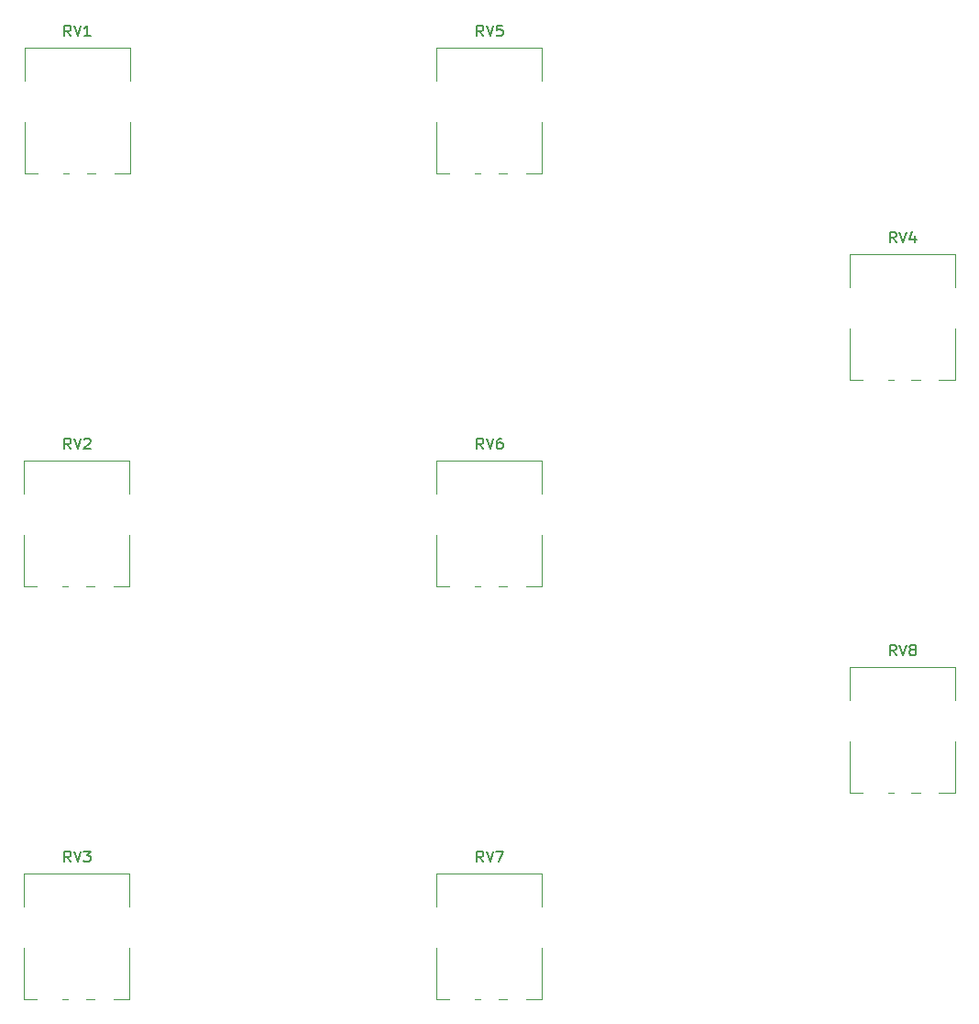
<source format=gbr>
G04 #@! TF.GenerationSoftware,KiCad,Pcbnew,5.1.6-c6e7f7d~86~ubuntu18.04.1*
G04 #@! TF.CreationDate,2020-06-20T09:53:32-04:00*
G04 #@! TF.ProjectId,filter_carrier_board,66696c74-6572-45f6-9361-72726965725f,rev?*
G04 #@! TF.SameCoordinates,Original*
G04 #@! TF.FileFunction,Legend,Top*
G04 #@! TF.FilePolarity,Positive*
%FSLAX46Y46*%
G04 Gerber Fmt 4.6, Leading zero omitted, Abs format (unit mm)*
G04 Created by KiCad (PCBNEW 5.1.6-c6e7f7d~86~ubuntu18.04.1) date 2020-06-20 09:53:32*
%MOMM*%
%LPD*%
G01*
G04 APERTURE LIST*
%ADD10C,0.120000*%
%ADD11C,0.150000*%
G04 APERTURE END LIST*
D10*
X190890000Y-124850000D02*
X190060000Y-124850000D01*
X188440000Y-124850000D02*
X187910000Y-124850000D01*
X185540000Y-124850000D02*
X184360000Y-124850000D01*
X194100000Y-124850000D02*
X194100000Y-120130000D01*
X184360000Y-116320000D02*
X184360000Y-113260000D01*
X184350000Y-124850000D02*
X184350000Y-120130000D01*
X194100000Y-116320000D02*
X194100000Y-113260000D01*
X194100000Y-124850000D02*
X192610000Y-124850000D01*
X194100000Y-113260000D02*
X184360000Y-113260000D01*
X152750000Y-143900000D02*
X151920000Y-143900000D01*
X150300000Y-143900000D02*
X149770000Y-143900000D01*
X147400000Y-143900000D02*
X146220000Y-143900000D01*
X155960000Y-143900000D02*
X155960000Y-139180000D01*
X146220000Y-135370000D02*
X146220000Y-132310000D01*
X146210000Y-143900000D02*
X146210000Y-139180000D01*
X155960000Y-135370000D02*
X155960000Y-132310000D01*
X155960000Y-143900000D02*
X154470000Y-143900000D01*
X155960000Y-132310000D02*
X146220000Y-132310000D01*
X152750000Y-105800000D02*
X151920000Y-105800000D01*
X150300000Y-105800000D02*
X149770000Y-105800000D01*
X147400000Y-105800000D02*
X146220000Y-105800000D01*
X155960000Y-105800000D02*
X155960000Y-101080000D01*
X146220000Y-97270000D02*
X146220000Y-94210000D01*
X146210000Y-105800000D02*
X146210000Y-101080000D01*
X155960000Y-97270000D02*
X155960000Y-94210000D01*
X155960000Y-105800000D02*
X154470000Y-105800000D01*
X155960000Y-94210000D02*
X146220000Y-94210000D01*
X152750000Y-67700000D02*
X151920000Y-67700000D01*
X150300000Y-67700000D02*
X149770000Y-67700000D01*
X147400000Y-67700000D02*
X146220000Y-67700000D01*
X155960000Y-67700000D02*
X155960000Y-62980000D01*
X146220000Y-59170000D02*
X146220000Y-56110000D01*
X146210000Y-67700000D02*
X146210000Y-62980000D01*
X155960000Y-59170000D02*
X155960000Y-56110000D01*
X155960000Y-67700000D02*
X154470000Y-67700000D01*
X155960000Y-56110000D02*
X146220000Y-56110000D01*
X190890000Y-86750000D02*
X190060000Y-86750000D01*
X188440000Y-86750000D02*
X187910000Y-86750000D01*
X185540000Y-86750000D02*
X184360000Y-86750000D01*
X194100000Y-86750000D02*
X194100000Y-82030000D01*
X184360000Y-78220000D02*
X184360000Y-75160000D01*
X184350000Y-86750000D02*
X184350000Y-82030000D01*
X194100000Y-78220000D02*
X194100000Y-75160000D01*
X194100000Y-86750000D02*
X192610000Y-86750000D01*
X194100000Y-75160000D02*
X184360000Y-75160000D01*
X114650000Y-143900000D02*
X113820000Y-143900000D01*
X112200000Y-143900000D02*
X111670000Y-143900000D01*
X109300000Y-143900000D02*
X108120000Y-143900000D01*
X117860000Y-143900000D02*
X117860000Y-139180000D01*
X108120000Y-135370000D02*
X108120000Y-132310000D01*
X108110000Y-143900000D02*
X108110000Y-139180000D01*
X117860000Y-135370000D02*
X117860000Y-132310000D01*
X117860000Y-143900000D02*
X116370000Y-143900000D01*
X117860000Y-132310000D02*
X108120000Y-132310000D01*
X114650000Y-105800000D02*
X113820000Y-105800000D01*
X112200000Y-105800000D02*
X111670000Y-105800000D01*
X109300000Y-105800000D02*
X108120000Y-105800000D01*
X117860000Y-105800000D02*
X117860000Y-101080000D01*
X108120000Y-97270000D02*
X108120000Y-94210000D01*
X108110000Y-105800000D02*
X108110000Y-101080000D01*
X117860000Y-97270000D02*
X117860000Y-94210000D01*
X117860000Y-105800000D02*
X116370000Y-105800000D01*
X117860000Y-94210000D02*
X108120000Y-94210000D01*
X114730000Y-67700000D02*
X113900000Y-67700000D01*
X112280000Y-67700000D02*
X111750000Y-67700000D01*
X109380000Y-67700000D02*
X108200000Y-67700000D01*
X117940000Y-67700000D02*
X117940000Y-62980000D01*
X108200000Y-59170000D02*
X108200000Y-56110000D01*
X108190000Y-67700000D02*
X108190000Y-62980000D01*
X117940000Y-59170000D02*
X117940000Y-56110000D01*
X117940000Y-67700000D02*
X116450000Y-67700000D01*
X117940000Y-56110000D02*
X108200000Y-56110000D01*
D11*
X188674761Y-112212380D02*
X188341428Y-111736190D01*
X188103333Y-112212380D02*
X188103333Y-111212380D01*
X188484285Y-111212380D01*
X188579523Y-111260000D01*
X188627142Y-111307619D01*
X188674761Y-111402857D01*
X188674761Y-111545714D01*
X188627142Y-111640952D01*
X188579523Y-111688571D01*
X188484285Y-111736190D01*
X188103333Y-111736190D01*
X188960476Y-111212380D02*
X189293809Y-112212380D01*
X189627142Y-111212380D01*
X190103333Y-111640952D02*
X190008095Y-111593333D01*
X189960476Y-111545714D01*
X189912857Y-111450476D01*
X189912857Y-111402857D01*
X189960476Y-111307619D01*
X190008095Y-111260000D01*
X190103333Y-111212380D01*
X190293809Y-111212380D01*
X190389047Y-111260000D01*
X190436666Y-111307619D01*
X190484285Y-111402857D01*
X190484285Y-111450476D01*
X190436666Y-111545714D01*
X190389047Y-111593333D01*
X190293809Y-111640952D01*
X190103333Y-111640952D01*
X190008095Y-111688571D01*
X189960476Y-111736190D01*
X189912857Y-111831428D01*
X189912857Y-112021904D01*
X189960476Y-112117142D01*
X190008095Y-112164761D01*
X190103333Y-112212380D01*
X190293809Y-112212380D01*
X190389047Y-112164761D01*
X190436666Y-112117142D01*
X190484285Y-112021904D01*
X190484285Y-111831428D01*
X190436666Y-111736190D01*
X190389047Y-111688571D01*
X190293809Y-111640952D01*
X150534761Y-131262380D02*
X150201428Y-130786190D01*
X149963333Y-131262380D02*
X149963333Y-130262380D01*
X150344285Y-130262380D01*
X150439523Y-130310000D01*
X150487142Y-130357619D01*
X150534761Y-130452857D01*
X150534761Y-130595714D01*
X150487142Y-130690952D01*
X150439523Y-130738571D01*
X150344285Y-130786190D01*
X149963333Y-130786190D01*
X150820476Y-130262380D02*
X151153809Y-131262380D01*
X151487142Y-130262380D01*
X151725238Y-130262380D02*
X152391904Y-130262380D01*
X151963333Y-131262380D01*
X150534761Y-93162380D02*
X150201428Y-92686190D01*
X149963333Y-93162380D02*
X149963333Y-92162380D01*
X150344285Y-92162380D01*
X150439523Y-92210000D01*
X150487142Y-92257619D01*
X150534761Y-92352857D01*
X150534761Y-92495714D01*
X150487142Y-92590952D01*
X150439523Y-92638571D01*
X150344285Y-92686190D01*
X149963333Y-92686190D01*
X150820476Y-92162380D02*
X151153809Y-93162380D01*
X151487142Y-92162380D01*
X152249047Y-92162380D02*
X152058571Y-92162380D01*
X151963333Y-92210000D01*
X151915714Y-92257619D01*
X151820476Y-92400476D01*
X151772857Y-92590952D01*
X151772857Y-92971904D01*
X151820476Y-93067142D01*
X151868095Y-93114761D01*
X151963333Y-93162380D01*
X152153809Y-93162380D01*
X152249047Y-93114761D01*
X152296666Y-93067142D01*
X152344285Y-92971904D01*
X152344285Y-92733809D01*
X152296666Y-92638571D01*
X152249047Y-92590952D01*
X152153809Y-92543333D01*
X151963333Y-92543333D01*
X151868095Y-92590952D01*
X151820476Y-92638571D01*
X151772857Y-92733809D01*
X150534761Y-55062380D02*
X150201428Y-54586190D01*
X149963333Y-55062380D02*
X149963333Y-54062380D01*
X150344285Y-54062380D01*
X150439523Y-54110000D01*
X150487142Y-54157619D01*
X150534761Y-54252857D01*
X150534761Y-54395714D01*
X150487142Y-54490952D01*
X150439523Y-54538571D01*
X150344285Y-54586190D01*
X149963333Y-54586190D01*
X150820476Y-54062380D02*
X151153809Y-55062380D01*
X151487142Y-54062380D01*
X152296666Y-54062380D02*
X151820476Y-54062380D01*
X151772857Y-54538571D01*
X151820476Y-54490952D01*
X151915714Y-54443333D01*
X152153809Y-54443333D01*
X152249047Y-54490952D01*
X152296666Y-54538571D01*
X152344285Y-54633809D01*
X152344285Y-54871904D01*
X152296666Y-54967142D01*
X152249047Y-55014761D01*
X152153809Y-55062380D01*
X151915714Y-55062380D01*
X151820476Y-55014761D01*
X151772857Y-54967142D01*
X188674761Y-74112380D02*
X188341428Y-73636190D01*
X188103333Y-74112380D02*
X188103333Y-73112380D01*
X188484285Y-73112380D01*
X188579523Y-73160000D01*
X188627142Y-73207619D01*
X188674761Y-73302857D01*
X188674761Y-73445714D01*
X188627142Y-73540952D01*
X188579523Y-73588571D01*
X188484285Y-73636190D01*
X188103333Y-73636190D01*
X188960476Y-73112380D02*
X189293809Y-74112380D01*
X189627142Y-73112380D01*
X190389047Y-73445714D02*
X190389047Y-74112380D01*
X190150952Y-73064761D02*
X189912857Y-73779047D01*
X190531904Y-73779047D01*
X112434761Y-131262380D02*
X112101428Y-130786190D01*
X111863333Y-131262380D02*
X111863333Y-130262380D01*
X112244285Y-130262380D01*
X112339523Y-130310000D01*
X112387142Y-130357619D01*
X112434761Y-130452857D01*
X112434761Y-130595714D01*
X112387142Y-130690952D01*
X112339523Y-130738571D01*
X112244285Y-130786190D01*
X111863333Y-130786190D01*
X112720476Y-130262380D02*
X113053809Y-131262380D01*
X113387142Y-130262380D01*
X113625238Y-130262380D02*
X114244285Y-130262380D01*
X113910952Y-130643333D01*
X114053809Y-130643333D01*
X114149047Y-130690952D01*
X114196666Y-130738571D01*
X114244285Y-130833809D01*
X114244285Y-131071904D01*
X114196666Y-131167142D01*
X114149047Y-131214761D01*
X114053809Y-131262380D01*
X113768095Y-131262380D01*
X113672857Y-131214761D01*
X113625238Y-131167142D01*
X112434761Y-93162380D02*
X112101428Y-92686190D01*
X111863333Y-93162380D02*
X111863333Y-92162380D01*
X112244285Y-92162380D01*
X112339523Y-92210000D01*
X112387142Y-92257619D01*
X112434761Y-92352857D01*
X112434761Y-92495714D01*
X112387142Y-92590952D01*
X112339523Y-92638571D01*
X112244285Y-92686190D01*
X111863333Y-92686190D01*
X112720476Y-92162380D02*
X113053809Y-93162380D01*
X113387142Y-92162380D01*
X113672857Y-92257619D02*
X113720476Y-92210000D01*
X113815714Y-92162380D01*
X114053809Y-92162380D01*
X114149047Y-92210000D01*
X114196666Y-92257619D01*
X114244285Y-92352857D01*
X114244285Y-92448095D01*
X114196666Y-92590952D01*
X113625238Y-93162380D01*
X114244285Y-93162380D01*
X112434761Y-55062380D02*
X112101428Y-54586190D01*
X111863333Y-55062380D02*
X111863333Y-54062380D01*
X112244285Y-54062380D01*
X112339523Y-54110000D01*
X112387142Y-54157619D01*
X112434761Y-54252857D01*
X112434761Y-54395714D01*
X112387142Y-54490952D01*
X112339523Y-54538571D01*
X112244285Y-54586190D01*
X111863333Y-54586190D01*
X112720476Y-54062380D02*
X113053809Y-55062380D01*
X113387142Y-54062380D01*
X114244285Y-55062380D02*
X113672857Y-55062380D01*
X113958571Y-55062380D02*
X113958571Y-54062380D01*
X113863333Y-54205238D01*
X113768095Y-54300476D01*
X113672857Y-54348095D01*
M02*

</source>
